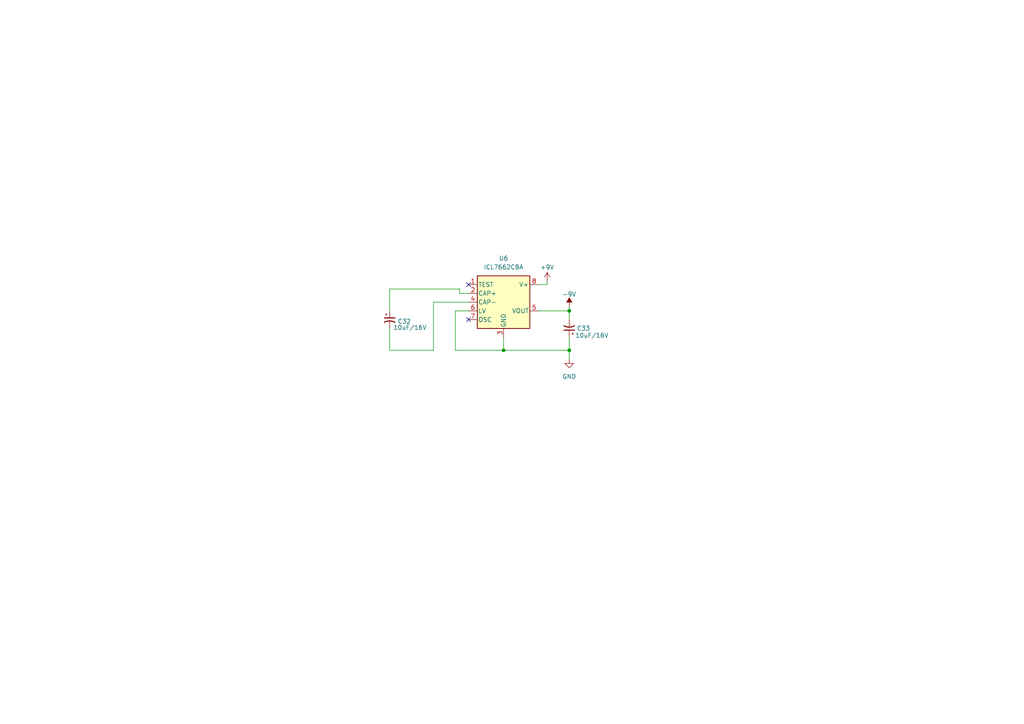
<source format=kicad_sch>
(kicad_sch (version 20231120) (generator "eeschema") (generator_version "8.0")
  (paper "A4")
  (lib_symbols
    (symbol "charge_battery_sym_lib:Cap_Tantalum_10uF_16V" (pin_numbers hide) (pin_names (offset 1.016) hide)
      (property "Reference" "C" (at 0 3.81 0))
      (property "Value" "10uF/16V" (at 0 -5.08 0))
      (symbol "Cap_Tantalum_10uF_16V_0_1"
        (polyline (pts (xy 1.016 -1.27) (xy 1.016 -0.762)))
        (polyline (pts (xy 1.27 -1.016) (xy 0.762 -1.016)))
        (polyline (pts (xy 2.032 -1.524) (xy 2.032 1.524)) (stroke (width 0.3048)))
        (arc (start 3.302 1.524) (mid 2.9134 0) (end 3.302 -1.524) (stroke (width 0.3048)))
      )
      (symbol "Cap_Tantalum_10uF_16V_1_1"
        (pin passive line (at 0 0 0) (length 2.032) (name "~") (number "1"))
        (pin passive line (at 5.08 0 180) (length 2.032) (name "~") (number "2"))
      )
    )
    (symbol "charge_battery_sym_lib:ICL7662CBA" (pin_names (offset 0.254))
      (property "Reference" "U" (at 0.508 16.256 0))
      (property "Value" "ICL7662CBA" (at 3.556 16.256 0))
      (symbol "ICL7662CBA_0_1"
        (rectangle (start 0 15.24) (end 15.24 0) (stroke (width 0.254)) (fill (type background)))
      )
      (symbol "ICL7662CBA_1_1"
        (pin unspecified line (at 17.78 12.7 180) (length 2.54) (name "TEST") (number "1"))
        (pin unspecified line (at 17.78 10.16 180) (length 2.54) (name "CAP+") (number "2"))
        (pin unspecified line (at 7.62 -2.54 90) (length 2.54) (name "GND") (number "3"))
        (pin unspecified line (at 17.78 7.62 180) (length 2.54) (name "CAP-") (number "4"))
        (pin power_out line (at -2.54 5.08 0) (length 2.54) (name "VOUT") (number "5"))
        (pin unspecified line (at 17.78 5.08 180) (length 2.54) (name "LV") (number "6"))
        (pin unspecified line (at 17.78 2.54 180) (length 2.54) (name "OSC") (number "7"))
        (pin power_in line (at -2.54 12.7 0) (length 2.54) (name "V+") (number "8"))
      )
    )
    (symbol "power:+9V" (power) (pin_numbers hide) (pin_names (offset 0) hide)
      (property "Value" "+9V" (at 0 3.556 0))
      (symbol "+9V_0_1"
        (polyline (pts (xy -0.762 1.27) (xy 0 2.54)))
        (polyline (pts (xy 0 0) (xy 0 2.54)))
        (polyline (pts (xy 0 2.54) (xy 0.762 1.27)))
      )
      (symbol "+9V_1_1"
        (pin power_in line (at 0 0 90) (length 0) (name "~") (number "1"))
      )
    )
    (symbol "power:-9V" (power) (pin_numbers hide) (pin_names (offset 0) hide)
      (property "Value" "-9V" (at 0 3.556 0))
      (symbol "-9V_0_1"
        (polyline (pts (xy 0 0) (xy 0 2.54)))
        (polyline (pts (xy 0.762 1.27) (xy -0.762 1.27) (xy 0 2.54) (xy 0.762 1.27)) (fill (type outline)))
      )
      (symbol "-9V_1_1"
        (pin power_in line (at 0 0 90) (length 0) (name "~") (number "1"))
      )
    )
    (symbol "power:GND" (power) (pin_numbers hide) (pin_names (offset 0) hide)
      (property "Value" "GND" (at 0 -3.81 0))
      (symbol "GND_0_1"
        (polyline (pts (xy 0 0) (xy 0 -1.27) (xy 1.27 -1.27) (xy 0 -2.54) (xy -1.27 -1.27) (xy 0 -1.27)))
      )
      (symbol "GND_1_1"
        (pin power_in line (at 0 0 270) (length 0) (name "~") (number "1"))
      )
    )
  )
  (junction (at 165.1 90.17))
  (junction (at 146.05 101.6))
  (junction (at 165.1 101.6))
  (no_connect (at 135.89 92.71))
  (no_connect (at 135.89 82.55))
  (wire (pts (xy 158.696 82.55) (xy 156.21 82.55)))
  (wire (pts (xy 165.1 101.6) (xy 165.1 104.14)))
  (wire (pts (xy 113.03 90.17) (xy 113.03 83.82)))
  (wire (pts (xy 113.03 83.82) (xy 133.296 83.82)))
  (wire (pts (xy 135.89 87.63) (xy 125.73 87.63)))
  (wire (pts (xy 132.08 90.17) (xy 135.89 90.17)))
  (wire (pts (xy 133.296 83.82) (xy 133.296 85.09)))
  (wire (pts (xy 156.21 90.17) (xy 165.1 90.17)))
  (wire (pts (xy 165.1 88.9) (xy 165.1 90.17)))
  (wire (pts (xy 132.08 101.6) (xy 146.05 101.6)))
  (wire (pts (xy 125.73 87.63) (xy 125.73 101.6)))
  (wire (pts (xy 158.696 81.606) (xy 158.696 82.55)))
  (wire (pts (xy 133.296 85.09) (xy 135.89 85.09)))
  (wire (pts (xy 146.05 101.6) (xy 165.1 101.6)))
  (wire (pts (xy 132.08 101.6) (xy 132.08 90.17)))
  (wire (pts (xy 146.05 97.79) (xy 146.05 101.6)))
  (wire (pts (xy 113.03 101.6) (xy 125.73 101.6)))
  (wire (pts (xy 113.03 95.25) (xy 113.03 101.6)))
  (wire (pts (xy 165.1 97.79) (xy 165.1 101.6)))
  (wire (pts (xy 165.1 90.17) (xy 165.1 92.71)))
  (symbol (lib_id "charge_battery_sym_lib:Cap_Tantalum_10uF_16V") (at 113.03 90.17 270) (unit 1)
    (property "Reference" "C32" (at 115.316 93.218 90) (effects (justify left)))
    (property "Value" "10uF/16V" (at 114.046 94.996 90) (effects (justify left)))
    (property "Footprint" "charge_battery_footprint_lib:Tan_Cap_A" (effects (hide yes)))
    (property "Description" "TAJA105K016RNJ" (effects (hide yes)))
    (property "Supply name" "Thegioiic" (effects (hide yes)))
    (property "Supply part number" "Tụ Tantalum 10uF 16V 2312 TAJC106K016RNJ" (effects (hide yes)))
    (property "Supply URL" "https://www.thegioiic.com/tu-tantalum-10uf-16v-2312-tajc106k016rnj" (effects (hide yes)))
  )
  (symbol (lib_id "power:-9V") (at 165.1 88.9 0) (unit 1)
    (property "Reference" "#PWR036" (effects (hide yes)))
    (property "Value" "-9V" (at 165.1 85.344 0))
    (property "Description" "Power symbol creates a global label with name \"-9V\"" (effects (hide yes)))
  )
  (symbol (lib_id "charge_battery_sym_lib:Cap_Tantalum_10uF_16V") (at 165.1 97.79 90) (unit 1)
    (property "Reference" "C33" (at 171.196 95.25 90) (effects (justify left)))
    (property "Value" "10uF/16V" (at 176.53 97.282 90) (effects (justify left)))
    (property "Footprint" "charge_battery_footprint_lib:Tan_Cap_A" (effects (hide yes)))
    (property "Description" "TAJA105K016RNJ" (effects (hide yes)))
    (property "Supply name" "Thegioiic" (effects (hide yes)))
    (property "Supply part number" "Tụ Tantalum 10uF 16V 2312 TAJC106K016RNJ" (effects (hide yes)))
    (property "Supply URL" "https://www.thegioiic.com/tu-tantalum-10uf-16v-2312-tajc106k016rnj" (effects (hide yes)))
  )
  (symbol (lib_id "power:GND") (at 165.1 104.14 0) (unit 1)
    (property "Reference" "#PWR037" (effects (hide yes)))
    (property "Value" "GND" (at 165.1 109.22 0))
    (property "Description" "Power symbol creates a global label with name \"GND\" , ground" (effects (hide yes)))
  )
  (symbol (lib_id "charge_battery_sym_lib:ICL7662CBA") (at 153.67 95.25 0) (mirror y) (unit 1)
    (property "Reference" "U6" (at 146.05 74.93 0))
    (property "Value" "ICL7662CBA" (at 146.05 77.47 0))
    (property "Footprint" "charge_battery_footprint_lib:SOIC-8" (effects (hide yes)))
    (property "Datasheet" "https://www.analog.com/media/en/technical-documentation/data-sheets/icl7662-si7661.pdf" (effects (hide yes)))
    (property "Description" "Voltage Input: 4.5V ~ 20V, Voltage Output: -Vin, 8-SOIC" (effects (hide yes)))
    (property "Supply name" "Thegioiic" (effects (hide yes)))
    (property "Supply part number" "ICL7662CBA" (effects (hide yes)))
    (property "Supply URL" "https://www.thegioiic.com/icl7662cba" (effects (hide yes)))
  )
  (symbol (lib_id "power:+9V") (at 158.696 81.606 0) (unit 1)
    (property "Reference" "#PWR035" (effects (hide yes)))
    (property "Value" "+9V" (at 158.696 77.542 0))
    (property "Description" "Power symbol creates a global label with name \"+9V\"" (effects (hide yes)))
  )
)
</source>
